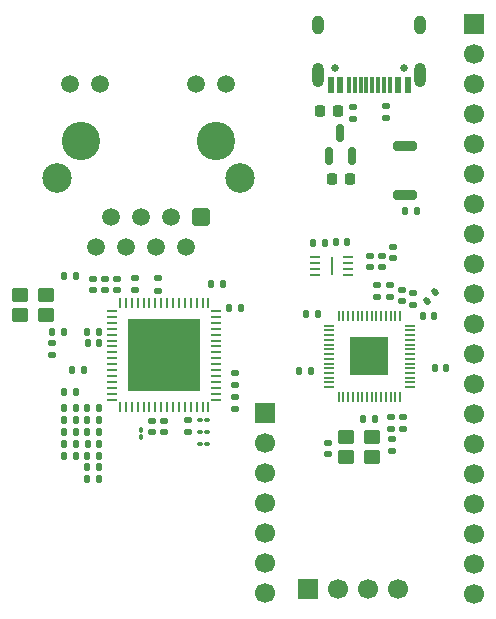
<source format=gbr>
%TF.GenerationSoftware,KiCad,Pcbnew,9.0.7*%
%TF.CreationDate,2026-01-11T23:40:51+05:30*%
%TF.ProjectId,ntp-devboard,6e74702d-6465-4766-926f-6172642e6b69,rev?*%
%TF.SameCoordinates,Original*%
%TF.FileFunction,Soldermask,Top*%
%TF.FilePolarity,Negative*%
%FSLAX46Y46*%
G04 Gerber Fmt 4.6, Leading zero omitted, Abs format (unit mm)*
G04 Created by KiCad (PCBNEW 9.0.7) date 2026-01-11 23:40:51*
%MOMM*%
%LPD*%
G01*
G04 APERTURE LIST*
G04 Aperture macros list*
%AMRoundRect*
0 Rectangle with rounded corners*
0 $1 Rounding radius*
0 $2 $3 $4 $5 $6 $7 $8 $9 X,Y pos of 4 corners*
0 Add a 4 corners polygon primitive as box body*
4,1,4,$2,$3,$4,$5,$6,$7,$8,$9,$2,$3,0*
0 Add four circle primitives for the rounded corners*
1,1,$1+$1,$2,$3*
1,1,$1+$1,$4,$5*
1,1,$1+$1,$6,$7*
1,1,$1+$1,$8,$9*
0 Add four rect primitives between the rounded corners*
20,1,$1+$1,$2,$3,$4,$5,0*
20,1,$1+$1,$4,$5,$6,$7,0*
20,1,$1+$1,$6,$7,$8,$9,0*
20,1,$1+$1,$8,$9,$2,$3,0*%
G04 Aperture macros list end*
%ADD10RoundRect,0.140000X0.170000X-0.140000X0.170000X0.140000X-0.170000X0.140000X-0.170000X-0.140000X0*%
%ADD11RoundRect,0.135000X0.135000X0.185000X-0.135000X0.185000X-0.135000X-0.185000X0.135000X-0.185000X0*%
%ADD12RoundRect,0.225000X0.225000X0.250000X-0.225000X0.250000X-0.225000X-0.250000X0.225000X-0.250000X0*%
%ADD13RoundRect,0.140000X0.140000X0.170000X-0.140000X0.170000X-0.140000X-0.170000X0.140000X-0.170000X0*%
%ADD14RoundRect,0.140000X-0.170000X0.140000X-0.170000X-0.140000X0.170000X-0.140000X0.170000X0.140000X0*%
%ADD15RoundRect,0.250000X0.450000X0.350000X-0.450000X0.350000X-0.450000X-0.350000X0.450000X-0.350000X0*%
%ADD16RoundRect,0.100000X0.130000X0.100000X-0.130000X0.100000X-0.130000X-0.100000X0.130000X-0.100000X0*%
%ADD17RoundRect,0.135000X0.185000X-0.135000X0.185000X0.135000X-0.185000X0.135000X-0.185000X-0.135000X0*%
%ADD18RoundRect,0.250000X-0.450000X-0.350000X0.450000X-0.350000X0.450000X0.350000X-0.450000X0.350000X0*%
%ADD19RoundRect,0.140000X-0.140000X-0.170000X0.140000X-0.170000X0.140000X0.170000X-0.140000X0.170000X0*%
%ADD20RoundRect,0.140000X0.021213X-0.219203X0.219203X-0.021213X-0.021213X0.219203X-0.219203X0.021213X0*%
%ADD21RoundRect,0.135000X-0.185000X0.135000X-0.185000X-0.135000X0.185000X-0.135000X0.185000X0.135000X0*%
%ADD22RoundRect,0.135000X-0.135000X-0.185000X0.135000X-0.185000X0.135000X0.185000X-0.135000X0.185000X0*%
%ADD23R,1.700000X1.700000*%
%ADD24C,1.700000*%
%ADD25R,0.812800X0.254000*%
%ADD26R,0.254000X0.812800*%
%ADD27R,6.096000X6.096000*%
%ADD28RoundRect,0.200000X-0.800000X0.200000X-0.800000X-0.200000X0.800000X-0.200000X0.800000X0.200000X0*%
%ADD29RoundRect,0.050000X-0.387500X-0.050000X0.387500X-0.050000X0.387500X0.050000X-0.387500X0.050000X0*%
%ADD30RoundRect,0.050000X-0.050000X-0.387500X0.050000X-0.387500X0.050000X0.387500X-0.050000X0.387500X0*%
%ADD31R,3.200000X3.200000*%
%ADD32C,0.650000*%
%ADD33R,0.600000X1.450000*%
%ADD34R,0.300000X1.450000*%
%ADD35O,1.000000X2.100000*%
%ADD36O,1.000000X1.600000*%
%ADD37RoundRect,0.100000X-0.100000X0.130000X-0.100000X-0.130000X0.100000X-0.130000X0.100000X0.130000X0*%
%ADD38C,3.250000*%
%ADD39RoundRect,0.250500X0.499500X0.499500X-0.499500X0.499500X-0.499500X-0.499500X0.499500X-0.499500X0*%
%ADD40C,1.500000*%
%ADD41C,2.500000*%
%ADD42RoundRect,0.150000X0.150000X-0.587500X0.150000X0.587500X-0.150000X0.587500X-0.150000X-0.587500X0*%
%ADD43RoundRect,0.062500X-0.387500X-0.062500X0.387500X-0.062500X0.387500X0.062500X-0.387500X0.062500X0*%
%ADD44R,0.200000X1.600000*%
G04 APERTURE END LIST*
D10*
%TO.C,C6*%
X154425000Y-104030000D03*
X154425000Y-103070000D03*
%TD*%
D11*
%TO.C,R10*%
X142520000Y-107500000D03*
X141500000Y-107500000D03*
%TD*%
D10*
%TO.C,C5*%
X157075000Y-107230000D03*
X157075000Y-106270000D03*
%TD*%
D12*
%TO.C,C13*%
X150740000Y-90780000D03*
X149190000Y-90780000D03*
%TD*%
D13*
%TO.C,C4*%
X149005000Y-108000000D03*
X148045000Y-108000000D03*
%TD*%
D14*
%TO.C,C2*%
X155175000Y-116750000D03*
X155175000Y-117710000D03*
%TD*%
D15*
%TO.C,Y1*%
X153625000Y-118380000D03*
X151425000Y-118380000D03*
X151425000Y-120080000D03*
X153625000Y-120080000D03*
%TD*%
D16*
%TO.C,FB2*%
X139640000Y-118000000D03*
X139000000Y-118000000D03*
%TD*%
D17*
%TO.C,R12*%
X142000000Y-116020000D03*
X142000000Y-115000000D03*
%TD*%
D18*
%TO.C,Y2*%
X123800000Y-106400000D03*
X126000000Y-106400000D03*
X126000000Y-108100000D03*
X123800000Y-108100000D03*
%TD*%
D19*
%TO.C,C33*%
X129540000Y-119000000D03*
X130500000Y-119000000D03*
%TD*%
D13*
%TO.C,C20*%
X130460000Y-121000000D03*
X129500000Y-121000000D03*
%TD*%
D20*
%TO.C,C1*%
X158235589Y-106864411D03*
X158914411Y-106185589D03*
%TD*%
D21*
%TO.C,R15*%
X135500000Y-105000000D03*
X135500000Y-106020000D03*
%TD*%
D10*
%TO.C,C7*%
X155385000Y-103290000D03*
X155385000Y-102330000D03*
%TD*%
D22*
%TO.C,R7*%
X148585000Y-101970000D03*
X149605000Y-101970000D03*
%TD*%
D23*
%TO.C,J4*%
X148190000Y-131250000D03*
D24*
X150730000Y-131250000D03*
X153270000Y-131250000D03*
X155810000Y-131250000D03*
%TD*%
D10*
%TO.C,C19*%
X126500000Y-111460000D03*
X126500000Y-110500000D03*
%TD*%
D14*
%TO.C,C15*%
X149875000Y-118920000D03*
X149875000Y-119880000D03*
%TD*%
D13*
%TO.C,C29*%
X128500000Y-114650000D03*
X127540000Y-114650000D03*
%TD*%
D22*
%TO.C,R8*%
X126490000Y-109500000D03*
X127510000Y-109500000D03*
%TD*%
%TO.C,R6*%
X156390000Y-99250000D03*
X157410000Y-99250000D03*
%TD*%
D25*
%TO.C,U3*%
X131605800Y-107750000D03*
X131605800Y-108249999D03*
X131605800Y-108750000D03*
X131605800Y-109249999D03*
X131605800Y-109750001D03*
X131605800Y-110250000D03*
X131605800Y-110749999D03*
X131605800Y-111250000D03*
X131605800Y-111750000D03*
X131605800Y-112250001D03*
X131605800Y-112750000D03*
X131605800Y-113249999D03*
X131605800Y-113750001D03*
X131605800Y-114250000D03*
X131605800Y-114750001D03*
X131605800Y-115250000D03*
D26*
X132250000Y-115894200D03*
X132749999Y-115894200D03*
X133250000Y-115894200D03*
X133749999Y-115894200D03*
X134250001Y-115894200D03*
X134750000Y-115894200D03*
X135249999Y-115894200D03*
X135750000Y-115894200D03*
X136250000Y-115894200D03*
X136750001Y-115894200D03*
X137250000Y-115894200D03*
X137749999Y-115894200D03*
X138250001Y-115894200D03*
X138750000Y-115894200D03*
X139250001Y-115894200D03*
X139750000Y-115894200D03*
D25*
X140394200Y-115250000D03*
X140394200Y-114750001D03*
X140394200Y-114250000D03*
X140394200Y-113750001D03*
X140394200Y-113249999D03*
X140394200Y-112750000D03*
X140394200Y-112250001D03*
X140394200Y-111750000D03*
X140394200Y-111250000D03*
X140394200Y-110749999D03*
X140394200Y-110250000D03*
X140394200Y-109750001D03*
X140394200Y-109249999D03*
X140394200Y-108750000D03*
X140394200Y-108249999D03*
X140394200Y-107750000D03*
D26*
X139750000Y-107105800D03*
X139250001Y-107105800D03*
X138750000Y-107105800D03*
X138250001Y-107105800D03*
X137749999Y-107105800D03*
X137250000Y-107105800D03*
X136750001Y-107105800D03*
X136250000Y-107105800D03*
X135750000Y-107105800D03*
X135249999Y-107105800D03*
X134750000Y-107105800D03*
X134250001Y-107105800D03*
X133749999Y-107105800D03*
X133250000Y-107105800D03*
X132749999Y-107105800D03*
X132250000Y-107105800D03*
D27*
X136000000Y-111500000D03*
%TD*%
D10*
%TO.C,C11*%
X156100000Y-106900000D03*
X156100000Y-105940000D03*
%TD*%
D14*
%TO.C,C37*%
X142000000Y-113020000D03*
X142000000Y-113980000D03*
%TD*%
%TO.C,C10*%
X156215000Y-116760000D03*
X156215000Y-117720000D03*
%TD*%
D10*
%TO.C,C36*%
X133500000Y-105960000D03*
X133500000Y-105000000D03*
%TD*%
D28*
%TO.C,SW1*%
X156425000Y-93750000D03*
X156425000Y-97950000D03*
%TD*%
D16*
%TO.C,FB3*%
X139665000Y-119000000D03*
X139025000Y-119000000D03*
%TD*%
D14*
%TO.C,C38*%
X138000000Y-117000000D03*
X138000000Y-117960000D03*
%TD*%
D11*
%TO.C,R5*%
X153825000Y-116910000D03*
X152805000Y-116910000D03*
%TD*%
D14*
%TO.C,C23*%
X135000000Y-117040000D03*
X135000000Y-118000000D03*
%TD*%
D10*
%TO.C,C35*%
X132000000Y-106000000D03*
X132000000Y-105040000D03*
%TD*%
D12*
%TO.C,C14*%
X151750000Y-96550000D03*
X150200000Y-96550000D03*
%TD*%
D11*
%TO.C,R13*%
X129250000Y-112750000D03*
X128230000Y-112750000D03*
%TD*%
D23*
%TO.C,J2*%
X144500000Y-116380000D03*
D24*
X144500000Y-118920000D03*
X144500000Y-121460000D03*
X144500000Y-124000000D03*
X144500000Y-126540000D03*
X144500000Y-129080000D03*
X144500000Y-131620000D03*
%TD*%
D22*
%TO.C,R9*%
X139990000Y-105500000D03*
X141010000Y-105500000D03*
%TD*%
D13*
%TO.C,C27*%
X128500000Y-117000000D03*
X127540000Y-117000000D03*
%TD*%
D16*
%TO.C,FB1*%
X139640000Y-117000000D03*
X139000000Y-117000000D03*
%TD*%
D21*
%TO.C,R2*%
X154765000Y-90410000D03*
X154765000Y-91430000D03*
%TD*%
D19*
%TO.C,C18*%
X127540000Y-104800000D03*
X128500000Y-104800000D03*
%TD*%
D21*
%TO.C,R3*%
X154050000Y-105580000D03*
X154050000Y-106600000D03*
%TD*%
D29*
%TO.C,U1*%
X149937500Y-109000000D03*
X149937500Y-109400000D03*
X149937500Y-109800000D03*
X149937500Y-110200000D03*
X149937500Y-110600000D03*
X149937500Y-111000000D03*
X149937500Y-111400000D03*
X149937500Y-111800000D03*
X149937500Y-112200000D03*
X149937500Y-112600000D03*
X149937500Y-113000000D03*
X149937500Y-113400000D03*
X149937500Y-113800000D03*
X149937500Y-114200000D03*
D30*
X150775000Y-115037500D03*
X151175000Y-115037500D03*
X151575000Y-115037500D03*
X151975000Y-115037500D03*
X152375000Y-115037500D03*
X152775000Y-115037500D03*
X153175000Y-115037500D03*
X153575000Y-115037500D03*
X153975000Y-115037500D03*
X154375000Y-115037500D03*
X154775000Y-115037500D03*
X155175000Y-115037500D03*
X155575000Y-115037500D03*
X155975000Y-115037500D03*
D29*
X156812500Y-114200000D03*
X156812500Y-113800000D03*
X156812500Y-113400000D03*
X156812500Y-113000000D03*
X156812500Y-112600000D03*
X156812500Y-112200000D03*
X156812500Y-111800000D03*
X156812500Y-111400000D03*
X156812500Y-111000000D03*
X156812500Y-110600000D03*
X156812500Y-110200000D03*
X156812500Y-109800000D03*
X156812500Y-109400000D03*
X156812500Y-109000000D03*
D30*
X155975000Y-108162500D03*
X155575000Y-108162500D03*
X155175000Y-108162500D03*
X154775000Y-108162500D03*
X154375000Y-108162500D03*
X153975000Y-108162500D03*
X153575000Y-108162500D03*
X153175000Y-108162500D03*
X152775000Y-108162500D03*
X152375000Y-108162500D03*
X151975000Y-108162500D03*
X151575000Y-108162500D03*
X151175000Y-108162500D03*
X150775000Y-108162500D03*
D31*
X153375000Y-111600000D03*
%TD*%
D32*
%TO.C,J1*%
X156265000Y-87200000D03*
X150485000Y-87200000D03*
D33*
X156625000Y-88645000D03*
X155825000Y-88645000D03*
D34*
X154625000Y-88645000D03*
X153625000Y-88645000D03*
X153125000Y-88645000D03*
X152125000Y-88645000D03*
D33*
X150925000Y-88645000D03*
X150125000Y-88645000D03*
X150125000Y-88645000D03*
X150925000Y-88645000D03*
D34*
X151625000Y-88645000D03*
X152625000Y-88645000D03*
X154125000Y-88645000D03*
X155125000Y-88645000D03*
D33*
X155825000Y-88645000D03*
X156625000Y-88645000D03*
D35*
X157695000Y-87730000D03*
D36*
X157695000Y-83550000D03*
D35*
X149055000Y-87730000D03*
D36*
X149055000Y-83550000D03*
%TD*%
D10*
%TO.C,C16*%
X155300000Y-119580000D03*
X155300000Y-118620000D03*
%TD*%
D19*
%TO.C,C9*%
X158915000Y-112580000D03*
X159875000Y-112580000D03*
%TD*%
%TO.C,C32*%
X129500000Y-118000000D03*
X130460000Y-118000000D03*
%TD*%
D10*
%TO.C,C40*%
X131000000Y-106000000D03*
X131000000Y-105040000D03*
%TD*%
D21*
%TO.C,R1*%
X152025000Y-90480000D03*
X152025000Y-91500000D03*
%TD*%
D19*
%TO.C,C31*%
X129500000Y-117000000D03*
X130460000Y-117000000D03*
%TD*%
D10*
%TO.C,C12*%
X153400000Y-104025000D03*
X153400000Y-103065000D03*
%TD*%
D19*
%TO.C,C30*%
X129500000Y-116000000D03*
X130460000Y-116000000D03*
%TD*%
D37*
%TO.C,FB4*%
X134000000Y-117800000D03*
X134000000Y-118440000D03*
%TD*%
D19*
%TO.C,C8*%
X157925000Y-108175000D03*
X158885000Y-108175000D03*
%TD*%
D21*
%TO.C,R4*%
X155100000Y-105580000D03*
X155100000Y-106600000D03*
%TD*%
D13*
%TO.C,C34*%
X130500000Y-110500000D03*
X129540000Y-110500000D03*
%TD*%
D38*
%TO.C,J6*%
X140355000Y-93400000D03*
X128925000Y-93400000D03*
D39*
X139080000Y-99760000D03*
D40*
X137820000Y-102300000D03*
X136540000Y-99760000D03*
X135280000Y-102300000D03*
X134000000Y-99760000D03*
X132740000Y-102300000D03*
X131460000Y-99760000D03*
X130200000Y-102300000D03*
X141265000Y-88500000D03*
X138725000Y-88500000D03*
X130555000Y-88500000D03*
X128015000Y-88500000D03*
D41*
X142385000Y-96450000D03*
X126895000Y-96450000D03*
%TD*%
D13*
%TO.C,C24*%
X128500000Y-120000000D03*
X127540000Y-120000000D03*
%TD*%
%TO.C,C17*%
X151505000Y-101950000D03*
X150545000Y-101950000D03*
%TD*%
D11*
%TO.C,R11*%
X130520000Y-122000000D03*
X129500000Y-122000000D03*
%TD*%
D13*
%TO.C,C25*%
X128500000Y-119000000D03*
X127540000Y-119000000D03*
%TD*%
D14*
%TO.C,C22*%
X136000000Y-117040000D03*
X136000000Y-118000000D03*
%TD*%
D11*
%TO.C,R16*%
X130510000Y-109500000D03*
X129490000Y-109500000D03*
%TD*%
D42*
%TO.C,U2*%
X149975000Y-94587500D03*
X151875000Y-94587500D03*
X150925000Y-92712500D03*
%TD*%
D13*
%TO.C,C21*%
X130460000Y-120000000D03*
X129500000Y-120000000D03*
%TD*%
%TO.C,C3*%
X148405000Y-112830000D03*
X147445000Y-112830000D03*
%TD*%
D43*
%TO.C,U4*%
X148750000Y-103175000D03*
X148750000Y-103675000D03*
X148750000Y-104175000D03*
X148750000Y-104675000D03*
X151600000Y-104675000D03*
X151600000Y-104175000D03*
X151600000Y-103675000D03*
X151600000Y-103175000D03*
D44*
X150175000Y-103925000D03*
%TD*%
D13*
%TO.C,C26*%
X128500000Y-118000000D03*
X127540000Y-118000000D03*
%TD*%
D10*
%TO.C,C39*%
X130000000Y-106000000D03*
X130000000Y-105040000D03*
%TD*%
D13*
%TO.C,C28*%
X128500000Y-116000000D03*
X127540000Y-116000000D03*
%TD*%
D23*
%TO.C,J3*%
X162265000Y-83470000D03*
D24*
X162265000Y-86010000D03*
X162265000Y-88550000D03*
X162265000Y-91090000D03*
X162265000Y-93630000D03*
X162265000Y-96170000D03*
X162265000Y-98710000D03*
X162265000Y-101250000D03*
X162265000Y-103790000D03*
X162265000Y-106330000D03*
X162265000Y-108870000D03*
X162265000Y-111410000D03*
X162265000Y-113950000D03*
X162265000Y-116490000D03*
X162265000Y-119030000D03*
X162265000Y-121570000D03*
X162265000Y-124110000D03*
X162265000Y-126650000D03*
X162265000Y-129190000D03*
X162265000Y-131730000D03*
%TD*%
M02*

</source>
